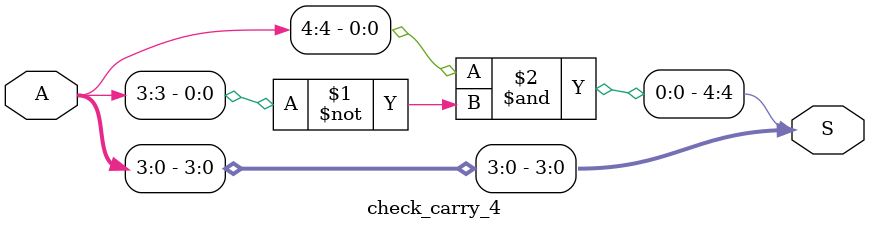
<source format=v>
`timescale 1ns / 1ps


module check_carry_4(
    input [4:0] A,
    output [4:0] S
    );
    
    assign S[4] = A[4] & ~A[3];
    assign S[3] = A[3];
    assign S[2] = A[2];
    assign S[1] = A[1];
    assign S[0] = A[0];

endmodule

</source>
